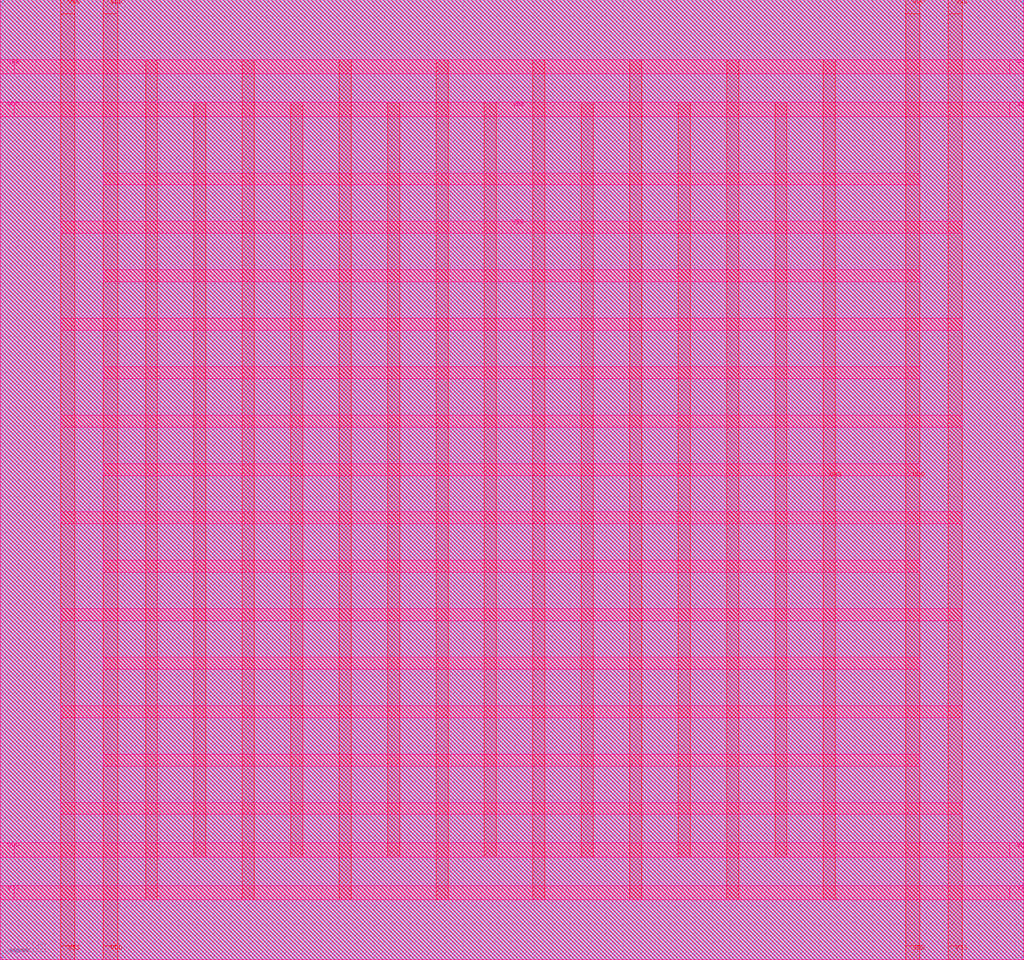
<source format=lef>
###############################################################
#  Generated by:      Cadence Innovus 20.13-s083_1
#  OS:                Linux x86_64(Host ID rice-503-20-north)
#  Generated on:      Tue May 17 12:45:00 2022
#  Design:            bgr_top
#  Command:           write_lef_abstract -specifyTopLayer 6 -PGPinLayers {5 6} -noCutObs -stripePin results/bgr_top.lef
###############################################################

VERSION 5.8 ;

BUSBITCHARS "[]" ;
DIVIDERCHAR "/" ;

MACRO bgr_top
  CLASS BLOCK ;
  SIZE 287.500000 BY 269.620000 ;
  FOREIGN bgr_top 0.000000 0.000000 ;
  ORIGIN 0 0 ;
  SYMMETRY X Y R90 ;
  PIN porst
    DIRECTION INPUT ;
    USE SIGNAL ;
    PORT
      LAYER met3 ;
        RECT 0.000000 0.560000 0.800000 0.860000 ;
    END
  END porst
  PIN va
    DIRECTION OUTPUT ;
    USE SIGNAL ;
    ANTENNADIFFAREA 82.639 LAYER met3  ;
    ANTENNAPARTIALMETALAREA 14.1024 LAYER met3  ;
    ANTENNAPARTIALMETALSIDEAREA 75.208 LAYER met3  ;
    PORT
      LAYER met3 ;
        RECT 0.000000 268.960000 0.800000 269.260000 ;
    END
  END va
  PIN vb
    DIRECTION OUTPUT ;
    USE SIGNAL ;
    ANTENNADIFFAREA 57.9855 LAYER met3  ;
    ANTENNAPARTIALMETALAREA 15.2064 LAYER met3  ;
    ANTENNAPARTIALMETALSIDEAREA 81.096 LAYER met3  ;
    PORT
      LAYER met3 ;
        RECT 286.700000 268.960000 287.500000 269.260000 ;
    END
  END vb
  PIN vbg
    DIRECTION OUTPUT ;
    USE SIGNAL ;
    ANTENNADIFFAREA 57.9855 LAYER met3  ;
    ANTENNAPARTIALMETALAREA 19.7424 LAYER met3  ;
    ANTENNAPARTIALMETALSIDEAREA 105.768 LAYER met3  ;
    PORT
      LAYER met3 ;
        RECT 286.700000 0.560000 287.500000 0.860000 ;
    END
  END vbg
  PIN VDD
    DIRECTION INOUT ;
    USE POWER ;
    PORT
      LAYER met5 ;
        RECT 283.500000 236.800000 287.500000 240.800000 ;
    END
    PORT
      LAYER met5 ;
        RECT 0.000000 236.800000 4.000000 240.800000 ;
    END
    PORT
      LAYER met5 ;
        RECT 283.500000 28.800000 287.500000 32.800000 ;
    END
    PORT
      LAYER met5 ;
        RECT 0.000000 28.800000 4.000000 32.800000 ;
    END
    PORT
      LAYER met4 ;
        RECT 254.250000 265.620000 258.250000 269.620000 ;
    END
    PORT
      LAYER met4 ;
        RECT 254.250000 0.000000 258.250000 4.000000 ;
    END
    PORT
      LAYER met4 ;
        RECT 28.940000 265.620000 32.940000 269.620000 ;
    END
    PORT
      LAYER met4 ;
        RECT 28.940000 0.000000 32.940000 4.000000 ;
    END

# P/G power stripe data as pin
    PORT
      LAYER met4 ;
        RECT 136.000000 28.800000 139.360000 240.800000 ;
        RECT 108.800000 28.800000 112.160000 240.800000 ;
        RECT 81.600000 28.800000 84.960000 240.800000 ;
        RECT 54.400000 28.800000 57.760000 240.800000 ;
        RECT 28.940000 0.000000 32.940000 269.620000 ;
        RECT 217.600000 28.800000 220.960000 240.800000 ;
        RECT 190.400000 28.800000 193.760000 240.800000 ;
        RECT 163.200000 28.800000 166.560000 240.800000 ;
        RECT 254.250000 0.000000 258.250000 269.620000 ;
      LAYER met5 ;
        RECT 28.940000 108.800000 258.250000 112.160000 ;
        RECT 28.940000 81.600000 258.250000 84.960000 ;
        RECT 28.940000 54.400000 258.250000 57.760000 ;
        RECT 0.000000 28.800000 287.500000 32.800000 ;
        RECT 28.940000 217.600000 258.250000 220.960000 ;
        RECT 28.940000 190.400000 258.250000 193.760000 ;
        RECT 28.940000 163.200000 258.250000 166.560000 ;
        RECT 28.940000 136.000000 258.250000 139.360000 ;
        RECT 0.000000 236.800000 287.500000 240.800000 ;
    END
# end of P/G power stripe data as pin

  END VDD
  PIN VSS
    DIRECTION INOUT ;
    USE GROUND ;
    PORT
      LAYER met5 ;
        RECT 283.500000 248.800000 287.500000 252.800000 ;
    END
    PORT
      LAYER met5 ;
        RECT 0.000000 248.800000 4.000000 252.800000 ;
    END
    PORT
      LAYER met5 ;
        RECT 283.500000 16.800000 287.500000 20.800000 ;
    END
    PORT
      LAYER met5 ;
        RECT 0.000000 16.800000 4.000000 20.800000 ;
    END
    PORT
      LAYER met4 ;
        RECT 266.250000 265.620000 270.250000 269.620000 ;
    END
    PORT
      LAYER met4 ;
        RECT 266.250000 0.000000 270.250000 4.000000 ;
    END
    PORT
      LAYER met4 ;
        RECT 16.940000 265.620000 20.940000 269.620000 ;
    END
    PORT
      LAYER met4 ;
        RECT 16.940000 0.000000 20.940000 4.000000 ;
    END

# P/G power stripe data as pin
    PORT
      LAYER met4 ;
        RECT 16.940000 0.000000 20.940000 269.620000 ;
        RECT 40.800000 16.800000 44.160000 252.800000 ;
        RECT 68.000000 16.800000 71.360000 252.800000 ;
        RECT 95.200000 16.800000 98.560000 252.800000 ;
        RECT 122.400000 16.800000 125.760000 252.800000 ;
        RECT 266.250000 0.000000 270.250000 269.620000 ;
        RECT 149.600000 16.800000 152.960000 252.800000 ;
        RECT 176.800000 16.800000 180.160000 252.800000 ;
        RECT 204.000000 16.800000 207.360000 252.800000 ;
        RECT 231.200000 16.800000 234.560000 252.800000 ;
      LAYER met5 ;
        RECT 0.000000 16.800000 287.500000 20.800000 ;
        RECT 16.940000 40.800000 270.250000 44.160000 ;
        RECT 16.940000 68.000000 270.250000 71.360000 ;
        RECT 16.940000 95.200000 270.250000 98.560000 ;
        RECT 16.940000 122.400000 270.250000 125.760000 ;
        RECT 0.000000 248.800000 287.500000 252.800000 ;
        RECT 16.940000 149.600000 270.250000 152.960000 ;
        RECT 16.940000 176.800000 270.250000 180.160000 ;
        RECT 16.940000 204.000000 270.250000 207.360000 ;
    END
# end of P/G power stripe data as pin

  END VSS
  OBS
    LAYER li1 ;
      RECT 0.000000 0.000000 287.500000 269.620000 ;
    LAYER met1 ;
      RECT 0.000000 0.000000 287.500000 269.620000 ;
    LAYER met2 ;
      RECT 0.000000 0.000000 287.500000 269.620000 ;
    LAYER met3 ;
      RECT 0.000000 0.000000 287.500000 269.620000 ;
    LAYER met4 ;
      RECT 0.000000 0.000000 287.500000 269.620000 ;
    LAYER met5 ;
      RECT 0.000000 0.000000 287.500000 269.620000 ;
  END
END bgr_top

END LIBRARY

</source>
